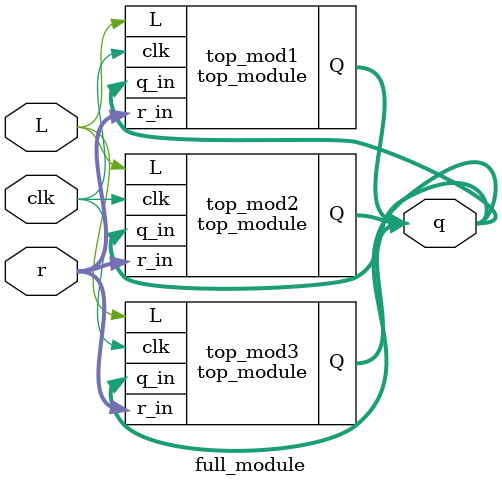
<source format=sv>
module top_module(
    input clk,
    input L,
    input [2:0] q_in,
    input [2:0] r_in,
    output reg [2:0] Q
);

always @(posedge clk) begin
    if (L) begin
        Q <= r_in;
    end else begin
        Q <= {Q[1] ^ Q[2], Q[0], Q[2]};
    end
end

endmodule
module full_module (
    input [2:0] r,
    input L,
    input clk,
    output reg [2:0] q
);

top_module top_mod1 (
    .clk(clk),
    .L(L),
    .q_in(q),
    .r_in(r),
    .Q(q)
);

top_module top_mod2 (
    .clk(clk),
    .L(L),
    .q_in(q),
    .r_in(r),
    .Q(q)
);

top_module top_mod3 (
    .clk(clk),
    .L(L),
    .q_in(q),
    .r_in(r),
    .Q(q)
);

endmodule

</source>
